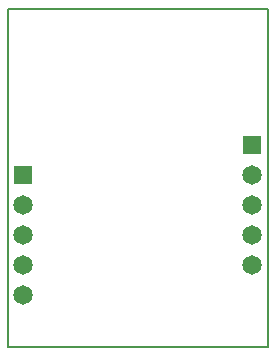
<source format=gbs>
G04*
G04 #@! TF.GenerationSoftware,Altium Limited,Altium Designer,22.5.1 (42)*
G04*
G04 Layer_Color=16776960*
%FSLAX44Y44*%
%MOMM*%
G71*
G04*
G04 #@! TF.SameCoordinates,D327534F-E779-4237-818F-575770AB304D*
G04*
G04*
G04 #@! TF.FilePolarity,Negative*
G04*
G01*
G75*
%ADD10C,0.2000*%
%ADD19R,1.6500X1.6500*%
%ADD20C,1.6500*%
D10*
X-110000Y168250D02*
X110000D01*
Y-118000D02*
Y168250D01*
X-110000Y-118000D02*
X110000D01*
X-110000D02*
Y168250D01*
D19*
X-97000Y28100D02*
D03*
X97000Y53500D02*
D03*
D20*
X-97000Y2700D02*
D03*
Y-22700D02*
D03*
Y-48100D02*
D03*
Y-73500D02*
D03*
X97000Y28100D02*
D03*
Y2700D02*
D03*
Y-22700D02*
D03*
Y-48100D02*
D03*
M02*

</source>
